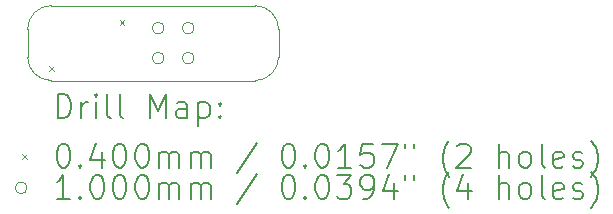
<source format=gbr>
%TF.GenerationSoftware,KiCad,Pcbnew,7.0.6*%
%TF.CreationDate,2023-11-25T11:30:19-07:00*%
%TF.ProjectId,ReflectiveSensor,5265666c-6563-4746-9976-6553656e736f,rev?*%
%TF.SameCoordinates,Original*%
%TF.FileFunction,Drillmap*%
%TF.FilePolarity,Positive*%
%FSLAX45Y45*%
G04 Gerber Fmt 4.5, Leading zero omitted, Abs format (unit mm)*
G04 Created by KiCad (PCBNEW 7.0.6) date 2023-11-25 11:30:19*
%MOMM*%
%LPD*%
G01*
G04 APERTURE LIST*
%ADD10C,0.100000*%
%ADD11C,0.200000*%
%ADD12C,0.040000*%
G04 APERTURE END LIST*
D10*
X34567500Y-19590000D02*
G75*
G03*
X34367500Y-19790000I0J-200000D01*
G01*
X34367500Y-20025000D02*
G75*
G03*
X34567500Y-20225000I200000J0D01*
G01*
X34367500Y-20025000D02*
X34367500Y-19790000D01*
X36492500Y-19790000D02*
G75*
G03*
X36292500Y-19590000I-200000J0D01*
G01*
X34567500Y-19590000D02*
X36292500Y-19590000D01*
X36292500Y-20225000D02*
G75*
G03*
X36492500Y-20025000I0J200000D01*
G01*
X36292500Y-20225000D02*
X34567500Y-20225000D01*
X36492500Y-19790000D02*
X36492500Y-20025000D01*
D11*
D12*
X34547500Y-20105000D02*
X34587500Y-20145000D01*
X34587500Y-20105000D02*
X34547500Y-20145000D01*
X35147500Y-19715950D02*
X35187500Y-19755950D01*
X35187500Y-19715950D02*
X35147500Y-19755950D01*
D10*
X35523500Y-19781000D02*
G75*
G03*
X35523500Y-19781000I-50000J0D01*
G01*
X35523500Y-20035000D02*
G75*
G03*
X35523500Y-20035000I-50000J0D01*
G01*
X35777500Y-19781000D02*
G75*
G03*
X35777500Y-19781000I-50000J0D01*
G01*
X35777500Y-20035000D02*
G75*
G03*
X35777500Y-20035000I-50000J0D01*
G01*
D11*
X34623277Y-20541484D02*
X34623277Y-20341484D01*
X34623277Y-20341484D02*
X34670896Y-20341484D01*
X34670896Y-20341484D02*
X34699467Y-20351008D01*
X34699467Y-20351008D02*
X34718515Y-20370055D01*
X34718515Y-20370055D02*
X34728039Y-20389103D01*
X34728039Y-20389103D02*
X34737563Y-20427198D01*
X34737563Y-20427198D02*
X34737563Y-20455770D01*
X34737563Y-20455770D02*
X34728039Y-20493865D01*
X34728039Y-20493865D02*
X34718515Y-20512912D01*
X34718515Y-20512912D02*
X34699467Y-20531960D01*
X34699467Y-20531960D02*
X34670896Y-20541484D01*
X34670896Y-20541484D02*
X34623277Y-20541484D01*
X34823277Y-20541484D02*
X34823277Y-20408150D01*
X34823277Y-20446246D02*
X34832801Y-20427198D01*
X34832801Y-20427198D02*
X34842324Y-20417674D01*
X34842324Y-20417674D02*
X34861372Y-20408150D01*
X34861372Y-20408150D02*
X34880420Y-20408150D01*
X34947086Y-20541484D02*
X34947086Y-20408150D01*
X34947086Y-20341484D02*
X34937563Y-20351008D01*
X34937563Y-20351008D02*
X34947086Y-20360531D01*
X34947086Y-20360531D02*
X34956610Y-20351008D01*
X34956610Y-20351008D02*
X34947086Y-20341484D01*
X34947086Y-20341484D02*
X34947086Y-20360531D01*
X35070896Y-20541484D02*
X35051848Y-20531960D01*
X35051848Y-20531960D02*
X35042324Y-20512912D01*
X35042324Y-20512912D02*
X35042324Y-20341484D01*
X35175658Y-20541484D02*
X35156610Y-20531960D01*
X35156610Y-20531960D02*
X35147086Y-20512912D01*
X35147086Y-20512912D02*
X35147086Y-20341484D01*
X35404229Y-20541484D02*
X35404229Y-20341484D01*
X35404229Y-20341484D02*
X35470896Y-20484341D01*
X35470896Y-20484341D02*
X35537563Y-20341484D01*
X35537563Y-20341484D02*
X35537563Y-20541484D01*
X35718515Y-20541484D02*
X35718515Y-20436722D01*
X35718515Y-20436722D02*
X35708991Y-20417674D01*
X35708991Y-20417674D02*
X35689944Y-20408150D01*
X35689944Y-20408150D02*
X35651848Y-20408150D01*
X35651848Y-20408150D02*
X35632801Y-20417674D01*
X35718515Y-20531960D02*
X35699467Y-20541484D01*
X35699467Y-20541484D02*
X35651848Y-20541484D01*
X35651848Y-20541484D02*
X35632801Y-20531960D01*
X35632801Y-20531960D02*
X35623277Y-20512912D01*
X35623277Y-20512912D02*
X35623277Y-20493865D01*
X35623277Y-20493865D02*
X35632801Y-20474817D01*
X35632801Y-20474817D02*
X35651848Y-20465293D01*
X35651848Y-20465293D02*
X35699467Y-20465293D01*
X35699467Y-20465293D02*
X35718515Y-20455770D01*
X35813753Y-20408150D02*
X35813753Y-20608150D01*
X35813753Y-20417674D02*
X35832801Y-20408150D01*
X35832801Y-20408150D02*
X35870896Y-20408150D01*
X35870896Y-20408150D02*
X35889944Y-20417674D01*
X35889944Y-20417674D02*
X35899467Y-20427198D01*
X35899467Y-20427198D02*
X35908991Y-20446246D01*
X35908991Y-20446246D02*
X35908991Y-20503389D01*
X35908991Y-20503389D02*
X35899467Y-20522436D01*
X35899467Y-20522436D02*
X35889944Y-20531960D01*
X35889944Y-20531960D02*
X35870896Y-20541484D01*
X35870896Y-20541484D02*
X35832801Y-20541484D01*
X35832801Y-20541484D02*
X35813753Y-20531960D01*
X35994705Y-20522436D02*
X36004229Y-20531960D01*
X36004229Y-20531960D02*
X35994705Y-20541484D01*
X35994705Y-20541484D02*
X35985182Y-20531960D01*
X35985182Y-20531960D02*
X35994705Y-20522436D01*
X35994705Y-20522436D02*
X35994705Y-20541484D01*
X35994705Y-20417674D02*
X36004229Y-20427198D01*
X36004229Y-20427198D02*
X35994705Y-20436722D01*
X35994705Y-20436722D02*
X35985182Y-20427198D01*
X35985182Y-20427198D02*
X35994705Y-20417674D01*
X35994705Y-20417674D02*
X35994705Y-20436722D01*
D12*
X34322500Y-20850000D02*
X34362500Y-20890000D01*
X34362500Y-20850000D02*
X34322500Y-20890000D01*
D11*
X34661372Y-20761484D02*
X34680420Y-20761484D01*
X34680420Y-20761484D02*
X34699467Y-20771008D01*
X34699467Y-20771008D02*
X34708991Y-20780531D01*
X34708991Y-20780531D02*
X34718515Y-20799579D01*
X34718515Y-20799579D02*
X34728039Y-20837674D01*
X34728039Y-20837674D02*
X34728039Y-20885293D01*
X34728039Y-20885293D02*
X34718515Y-20923389D01*
X34718515Y-20923389D02*
X34708991Y-20942436D01*
X34708991Y-20942436D02*
X34699467Y-20951960D01*
X34699467Y-20951960D02*
X34680420Y-20961484D01*
X34680420Y-20961484D02*
X34661372Y-20961484D01*
X34661372Y-20961484D02*
X34642324Y-20951960D01*
X34642324Y-20951960D02*
X34632801Y-20942436D01*
X34632801Y-20942436D02*
X34623277Y-20923389D01*
X34623277Y-20923389D02*
X34613753Y-20885293D01*
X34613753Y-20885293D02*
X34613753Y-20837674D01*
X34613753Y-20837674D02*
X34623277Y-20799579D01*
X34623277Y-20799579D02*
X34632801Y-20780531D01*
X34632801Y-20780531D02*
X34642324Y-20771008D01*
X34642324Y-20771008D02*
X34661372Y-20761484D01*
X34813753Y-20942436D02*
X34823277Y-20951960D01*
X34823277Y-20951960D02*
X34813753Y-20961484D01*
X34813753Y-20961484D02*
X34804229Y-20951960D01*
X34804229Y-20951960D02*
X34813753Y-20942436D01*
X34813753Y-20942436D02*
X34813753Y-20961484D01*
X34994705Y-20828150D02*
X34994705Y-20961484D01*
X34947086Y-20751960D02*
X34899467Y-20894817D01*
X34899467Y-20894817D02*
X35023277Y-20894817D01*
X35137563Y-20761484D02*
X35156610Y-20761484D01*
X35156610Y-20761484D02*
X35175658Y-20771008D01*
X35175658Y-20771008D02*
X35185182Y-20780531D01*
X35185182Y-20780531D02*
X35194705Y-20799579D01*
X35194705Y-20799579D02*
X35204229Y-20837674D01*
X35204229Y-20837674D02*
X35204229Y-20885293D01*
X35204229Y-20885293D02*
X35194705Y-20923389D01*
X35194705Y-20923389D02*
X35185182Y-20942436D01*
X35185182Y-20942436D02*
X35175658Y-20951960D01*
X35175658Y-20951960D02*
X35156610Y-20961484D01*
X35156610Y-20961484D02*
X35137563Y-20961484D01*
X35137563Y-20961484D02*
X35118515Y-20951960D01*
X35118515Y-20951960D02*
X35108991Y-20942436D01*
X35108991Y-20942436D02*
X35099467Y-20923389D01*
X35099467Y-20923389D02*
X35089944Y-20885293D01*
X35089944Y-20885293D02*
X35089944Y-20837674D01*
X35089944Y-20837674D02*
X35099467Y-20799579D01*
X35099467Y-20799579D02*
X35108991Y-20780531D01*
X35108991Y-20780531D02*
X35118515Y-20771008D01*
X35118515Y-20771008D02*
X35137563Y-20761484D01*
X35328039Y-20761484D02*
X35347086Y-20761484D01*
X35347086Y-20761484D02*
X35366134Y-20771008D01*
X35366134Y-20771008D02*
X35375658Y-20780531D01*
X35375658Y-20780531D02*
X35385182Y-20799579D01*
X35385182Y-20799579D02*
X35394705Y-20837674D01*
X35394705Y-20837674D02*
X35394705Y-20885293D01*
X35394705Y-20885293D02*
X35385182Y-20923389D01*
X35385182Y-20923389D02*
X35375658Y-20942436D01*
X35375658Y-20942436D02*
X35366134Y-20951960D01*
X35366134Y-20951960D02*
X35347086Y-20961484D01*
X35347086Y-20961484D02*
X35328039Y-20961484D01*
X35328039Y-20961484D02*
X35308991Y-20951960D01*
X35308991Y-20951960D02*
X35299467Y-20942436D01*
X35299467Y-20942436D02*
X35289944Y-20923389D01*
X35289944Y-20923389D02*
X35280420Y-20885293D01*
X35280420Y-20885293D02*
X35280420Y-20837674D01*
X35280420Y-20837674D02*
X35289944Y-20799579D01*
X35289944Y-20799579D02*
X35299467Y-20780531D01*
X35299467Y-20780531D02*
X35308991Y-20771008D01*
X35308991Y-20771008D02*
X35328039Y-20761484D01*
X35480420Y-20961484D02*
X35480420Y-20828150D01*
X35480420Y-20847198D02*
X35489944Y-20837674D01*
X35489944Y-20837674D02*
X35508991Y-20828150D01*
X35508991Y-20828150D02*
X35537563Y-20828150D01*
X35537563Y-20828150D02*
X35556610Y-20837674D01*
X35556610Y-20837674D02*
X35566134Y-20856722D01*
X35566134Y-20856722D02*
X35566134Y-20961484D01*
X35566134Y-20856722D02*
X35575658Y-20837674D01*
X35575658Y-20837674D02*
X35594705Y-20828150D01*
X35594705Y-20828150D02*
X35623277Y-20828150D01*
X35623277Y-20828150D02*
X35642325Y-20837674D01*
X35642325Y-20837674D02*
X35651848Y-20856722D01*
X35651848Y-20856722D02*
X35651848Y-20961484D01*
X35747086Y-20961484D02*
X35747086Y-20828150D01*
X35747086Y-20847198D02*
X35756610Y-20837674D01*
X35756610Y-20837674D02*
X35775658Y-20828150D01*
X35775658Y-20828150D02*
X35804229Y-20828150D01*
X35804229Y-20828150D02*
X35823277Y-20837674D01*
X35823277Y-20837674D02*
X35832801Y-20856722D01*
X35832801Y-20856722D02*
X35832801Y-20961484D01*
X35832801Y-20856722D02*
X35842325Y-20837674D01*
X35842325Y-20837674D02*
X35861372Y-20828150D01*
X35861372Y-20828150D02*
X35889944Y-20828150D01*
X35889944Y-20828150D02*
X35908991Y-20837674D01*
X35908991Y-20837674D02*
X35918515Y-20856722D01*
X35918515Y-20856722D02*
X35918515Y-20961484D01*
X36308991Y-20751960D02*
X36137563Y-21009103D01*
X36566134Y-20761484D02*
X36585182Y-20761484D01*
X36585182Y-20761484D02*
X36604229Y-20771008D01*
X36604229Y-20771008D02*
X36613753Y-20780531D01*
X36613753Y-20780531D02*
X36623277Y-20799579D01*
X36623277Y-20799579D02*
X36632801Y-20837674D01*
X36632801Y-20837674D02*
X36632801Y-20885293D01*
X36632801Y-20885293D02*
X36623277Y-20923389D01*
X36623277Y-20923389D02*
X36613753Y-20942436D01*
X36613753Y-20942436D02*
X36604229Y-20951960D01*
X36604229Y-20951960D02*
X36585182Y-20961484D01*
X36585182Y-20961484D02*
X36566134Y-20961484D01*
X36566134Y-20961484D02*
X36547087Y-20951960D01*
X36547087Y-20951960D02*
X36537563Y-20942436D01*
X36537563Y-20942436D02*
X36528039Y-20923389D01*
X36528039Y-20923389D02*
X36518515Y-20885293D01*
X36518515Y-20885293D02*
X36518515Y-20837674D01*
X36518515Y-20837674D02*
X36528039Y-20799579D01*
X36528039Y-20799579D02*
X36537563Y-20780531D01*
X36537563Y-20780531D02*
X36547087Y-20771008D01*
X36547087Y-20771008D02*
X36566134Y-20761484D01*
X36718515Y-20942436D02*
X36728039Y-20951960D01*
X36728039Y-20951960D02*
X36718515Y-20961484D01*
X36718515Y-20961484D02*
X36708991Y-20951960D01*
X36708991Y-20951960D02*
X36718515Y-20942436D01*
X36718515Y-20942436D02*
X36718515Y-20961484D01*
X36851848Y-20761484D02*
X36870896Y-20761484D01*
X36870896Y-20761484D02*
X36889944Y-20771008D01*
X36889944Y-20771008D02*
X36899468Y-20780531D01*
X36899468Y-20780531D02*
X36908991Y-20799579D01*
X36908991Y-20799579D02*
X36918515Y-20837674D01*
X36918515Y-20837674D02*
X36918515Y-20885293D01*
X36918515Y-20885293D02*
X36908991Y-20923389D01*
X36908991Y-20923389D02*
X36899468Y-20942436D01*
X36899468Y-20942436D02*
X36889944Y-20951960D01*
X36889944Y-20951960D02*
X36870896Y-20961484D01*
X36870896Y-20961484D02*
X36851848Y-20961484D01*
X36851848Y-20961484D02*
X36832801Y-20951960D01*
X36832801Y-20951960D02*
X36823277Y-20942436D01*
X36823277Y-20942436D02*
X36813753Y-20923389D01*
X36813753Y-20923389D02*
X36804229Y-20885293D01*
X36804229Y-20885293D02*
X36804229Y-20837674D01*
X36804229Y-20837674D02*
X36813753Y-20799579D01*
X36813753Y-20799579D02*
X36823277Y-20780531D01*
X36823277Y-20780531D02*
X36832801Y-20771008D01*
X36832801Y-20771008D02*
X36851848Y-20761484D01*
X37108991Y-20961484D02*
X36994706Y-20961484D01*
X37051848Y-20961484D02*
X37051848Y-20761484D01*
X37051848Y-20761484D02*
X37032801Y-20790055D01*
X37032801Y-20790055D02*
X37013753Y-20809103D01*
X37013753Y-20809103D02*
X36994706Y-20818627D01*
X37289944Y-20761484D02*
X37194706Y-20761484D01*
X37194706Y-20761484D02*
X37185182Y-20856722D01*
X37185182Y-20856722D02*
X37194706Y-20847198D01*
X37194706Y-20847198D02*
X37213753Y-20837674D01*
X37213753Y-20837674D02*
X37261372Y-20837674D01*
X37261372Y-20837674D02*
X37280420Y-20847198D01*
X37280420Y-20847198D02*
X37289944Y-20856722D01*
X37289944Y-20856722D02*
X37299468Y-20875770D01*
X37299468Y-20875770D02*
X37299468Y-20923389D01*
X37299468Y-20923389D02*
X37289944Y-20942436D01*
X37289944Y-20942436D02*
X37280420Y-20951960D01*
X37280420Y-20951960D02*
X37261372Y-20961484D01*
X37261372Y-20961484D02*
X37213753Y-20961484D01*
X37213753Y-20961484D02*
X37194706Y-20951960D01*
X37194706Y-20951960D02*
X37185182Y-20942436D01*
X37366134Y-20761484D02*
X37499468Y-20761484D01*
X37499468Y-20761484D02*
X37413753Y-20961484D01*
X37566134Y-20761484D02*
X37566134Y-20799579D01*
X37642325Y-20761484D02*
X37642325Y-20799579D01*
X37937563Y-21037674D02*
X37928039Y-21028150D01*
X37928039Y-21028150D02*
X37908991Y-20999579D01*
X37908991Y-20999579D02*
X37899468Y-20980531D01*
X37899468Y-20980531D02*
X37889944Y-20951960D01*
X37889944Y-20951960D02*
X37880420Y-20904341D01*
X37880420Y-20904341D02*
X37880420Y-20866246D01*
X37880420Y-20866246D02*
X37889944Y-20818627D01*
X37889944Y-20818627D02*
X37899468Y-20790055D01*
X37899468Y-20790055D02*
X37908991Y-20771008D01*
X37908991Y-20771008D02*
X37928039Y-20742436D01*
X37928039Y-20742436D02*
X37937563Y-20732912D01*
X38004230Y-20780531D02*
X38013753Y-20771008D01*
X38013753Y-20771008D02*
X38032801Y-20761484D01*
X38032801Y-20761484D02*
X38080420Y-20761484D01*
X38080420Y-20761484D02*
X38099468Y-20771008D01*
X38099468Y-20771008D02*
X38108991Y-20780531D01*
X38108991Y-20780531D02*
X38118515Y-20799579D01*
X38118515Y-20799579D02*
X38118515Y-20818627D01*
X38118515Y-20818627D02*
X38108991Y-20847198D01*
X38108991Y-20847198D02*
X37994706Y-20961484D01*
X37994706Y-20961484D02*
X38118515Y-20961484D01*
X38356611Y-20961484D02*
X38356611Y-20761484D01*
X38442325Y-20961484D02*
X38442325Y-20856722D01*
X38442325Y-20856722D02*
X38432801Y-20837674D01*
X38432801Y-20837674D02*
X38413753Y-20828150D01*
X38413753Y-20828150D02*
X38385182Y-20828150D01*
X38385182Y-20828150D02*
X38366134Y-20837674D01*
X38366134Y-20837674D02*
X38356611Y-20847198D01*
X38566134Y-20961484D02*
X38547087Y-20951960D01*
X38547087Y-20951960D02*
X38537563Y-20942436D01*
X38537563Y-20942436D02*
X38528039Y-20923389D01*
X38528039Y-20923389D02*
X38528039Y-20866246D01*
X38528039Y-20866246D02*
X38537563Y-20847198D01*
X38537563Y-20847198D02*
X38547087Y-20837674D01*
X38547087Y-20837674D02*
X38566134Y-20828150D01*
X38566134Y-20828150D02*
X38594706Y-20828150D01*
X38594706Y-20828150D02*
X38613753Y-20837674D01*
X38613753Y-20837674D02*
X38623277Y-20847198D01*
X38623277Y-20847198D02*
X38632801Y-20866246D01*
X38632801Y-20866246D02*
X38632801Y-20923389D01*
X38632801Y-20923389D02*
X38623277Y-20942436D01*
X38623277Y-20942436D02*
X38613753Y-20951960D01*
X38613753Y-20951960D02*
X38594706Y-20961484D01*
X38594706Y-20961484D02*
X38566134Y-20961484D01*
X38747087Y-20961484D02*
X38728039Y-20951960D01*
X38728039Y-20951960D02*
X38718515Y-20932912D01*
X38718515Y-20932912D02*
X38718515Y-20761484D01*
X38899468Y-20951960D02*
X38880420Y-20961484D01*
X38880420Y-20961484D02*
X38842325Y-20961484D01*
X38842325Y-20961484D02*
X38823277Y-20951960D01*
X38823277Y-20951960D02*
X38813753Y-20932912D01*
X38813753Y-20932912D02*
X38813753Y-20856722D01*
X38813753Y-20856722D02*
X38823277Y-20837674D01*
X38823277Y-20837674D02*
X38842325Y-20828150D01*
X38842325Y-20828150D02*
X38880420Y-20828150D01*
X38880420Y-20828150D02*
X38899468Y-20837674D01*
X38899468Y-20837674D02*
X38908992Y-20856722D01*
X38908992Y-20856722D02*
X38908992Y-20875770D01*
X38908992Y-20875770D02*
X38813753Y-20894817D01*
X38985182Y-20951960D02*
X39004230Y-20961484D01*
X39004230Y-20961484D02*
X39042325Y-20961484D01*
X39042325Y-20961484D02*
X39061373Y-20951960D01*
X39061373Y-20951960D02*
X39070896Y-20932912D01*
X39070896Y-20932912D02*
X39070896Y-20923389D01*
X39070896Y-20923389D02*
X39061373Y-20904341D01*
X39061373Y-20904341D02*
X39042325Y-20894817D01*
X39042325Y-20894817D02*
X39013753Y-20894817D01*
X39013753Y-20894817D02*
X38994706Y-20885293D01*
X38994706Y-20885293D02*
X38985182Y-20866246D01*
X38985182Y-20866246D02*
X38985182Y-20856722D01*
X38985182Y-20856722D02*
X38994706Y-20837674D01*
X38994706Y-20837674D02*
X39013753Y-20828150D01*
X39013753Y-20828150D02*
X39042325Y-20828150D01*
X39042325Y-20828150D02*
X39061373Y-20837674D01*
X39137563Y-21037674D02*
X39147087Y-21028150D01*
X39147087Y-21028150D02*
X39166134Y-20999579D01*
X39166134Y-20999579D02*
X39175658Y-20980531D01*
X39175658Y-20980531D02*
X39185182Y-20951960D01*
X39185182Y-20951960D02*
X39194706Y-20904341D01*
X39194706Y-20904341D02*
X39194706Y-20866246D01*
X39194706Y-20866246D02*
X39185182Y-20818627D01*
X39185182Y-20818627D02*
X39175658Y-20790055D01*
X39175658Y-20790055D02*
X39166134Y-20771008D01*
X39166134Y-20771008D02*
X39147087Y-20742436D01*
X39147087Y-20742436D02*
X39137563Y-20732912D01*
D10*
X34362500Y-21134000D02*
G75*
G03*
X34362500Y-21134000I-50000J0D01*
G01*
D11*
X34728039Y-21225484D02*
X34613753Y-21225484D01*
X34670896Y-21225484D02*
X34670896Y-21025484D01*
X34670896Y-21025484D02*
X34651848Y-21054055D01*
X34651848Y-21054055D02*
X34632801Y-21073103D01*
X34632801Y-21073103D02*
X34613753Y-21082627D01*
X34813753Y-21206436D02*
X34823277Y-21215960D01*
X34823277Y-21215960D02*
X34813753Y-21225484D01*
X34813753Y-21225484D02*
X34804229Y-21215960D01*
X34804229Y-21215960D02*
X34813753Y-21206436D01*
X34813753Y-21206436D02*
X34813753Y-21225484D01*
X34947086Y-21025484D02*
X34966134Y-21025484D01*
X34966134Y-21025484D02*
X34985182Y-21035008D01*
X34985182Y-21035008D02*
X34994705Y-21044531D01*
X34994705Y-21044531D02*
X35004229Y-21063579D01*
X35004229Y-21063579D02*
X35013753Y-21101674D01*
X35013753Y-21101674D02*
X35013753Y-21149293D01*
X35013753Y-21149293D02*
X35004229Y-21187389D01*
X35004229Y-21187389D02*
X34994705Y-21206436D01*
X34994705Y-21206436D02*
X34985182Y-21215960D01*
X34985182Y-21215960D02*
X34966134Y-21225484D01*
X34966134Y-21225484D02*
X34947086Y-21225484D01*
X34947086Y-21225484D02*
X34928039Y-21215960D01*
X34928039Y-21215960D02*
X34918515Y-21206436D01*
X34918515Y-21206436D02*
X34908991Y-21187389D01*
X34908991Y-21187389D02*
X34899467Y-21149293D01*
X34899467Y-21149293D02*
X34899467Y-21101674D01*
X34899467Y-21101674D02*
X34908991Y-21063579D01*
X34908991Y-21063579D02*
X34918515Y-21044531D01*
X34918515Y-21044531D02*
X34928039Y-21035008D01*
X34928039Y-21035008D02*
X34947086Y-21025484D01*
X35137563Y-21025484D02*
X35156610Y-21025484D01*
X35156610Y-21025484D02*
X35175658Y-21035008D01*
X35175658Y-21035008D02*
X35185182Y-21044531D01*
X35185182Y-21044531D02*
X35194705Y-21063579D01*
X35194705Y-21063579D02*
X35204229Y-21101674D01*
X35204229Y-21101674D02*
X35204229Y-21149293D01*
X35204229Y-21149293D02*
X35194705Y-21187389D01*
X35194705Y-21187389D02*
X35185182Y-21206436D01*
X35185182Y-21206436D02*
X35175658Y-21215960D01*
X35175658Y-21215960D02*
X35156610Y-21225484D01*
X35156610Y-21225484D02*
X35137563Y-21225484D01*
X35137563Y-21225484D02*
X35118515Y-21215960D01*
X35118515Y-21215960D02*
X35108991Y-21206436D01*
X35108991Y-21206436D02*
X35099467Y-21187389D01*
X35099467Y-21187389D02*
X35089944Y-21149293D01*
X35089944Y-21149293D02*
X35089944Y-21101674D01*
X35089944Y-21101674D02*
X35099467Y-21063579D01*
X35099467Y-21063579D02*
X35108991Y-21044531D01*
X35108991Y-21044531D02*
X35118515Y-21035008D01*
X35118515Y-21035008D02*
X35137563Y-21025484D01*
X35328039Y-21025484D02*
X35347086Y-21025484D01*
X35347086Y-21025484D02*
X35366134Y-21035008D01*
X35366134Y-21035008D02*
X35375658Y-21044531D01*
X35375658Y-21044531D02*
X35385182Y-21063579D01*
X35385182Y-21063579D02*
X35394705Y-21101674D01*
X35394705Y-21101674D02*
X35394705Y-21149293D01*
X35394705Y-21149293D02*
X35385182Y-21187389D01*
X35385182Y-21187389D02*
X35375658Y-21206436D01*
X35375658Y-21206436D02*
X35366134Y-21215960D01*
X35366134Y-21215960D02*
X35347086Y-21225484D01*
X35347086Y-21225484D02*
X35328039Y-21225484D01*
X35328039Y-21225484D02*
X35308991Y-21215960D01*
X35308991Y-21215960D02*
X35299467Y-21206436D01*
X35299467Y-21206436D02*
X35289944Y-21187389D01*
X35289944Y-21187389D02*
X35280420Y-21149293D01*
X35280420Y-21149293D02*
X35280420Y-21101674D01*
X35280420Y-21101674D02*
X35289944Y-21063579D01*
X35289944Y-21063579D02*
X35299467Y-21044531D01*
X35299467Y-21044531D02*
X35308991Y-21035008D01*
X35308991Y-21035008D02*
X35328039Y-21025484D01*
X35480420Y-21225484D02*
X35480420Y-21092150D01*
X35480420Y-21111198D02*
X35489944Y-21101674D01*
X35489944Y-21101674D02*
X35508991Y-21092150D01*
X35508991Y-21092150D02*
X35537563Y-21092150D01*
X35537563Y-21092150D02*
X35556610Y-21101674D01*
X35556610Y-21101674D02*
X35566134Y-21120722D01*
X35566134Y-21120722D02*
X35566134Y-21225484D01*
X35566134Y-21120722D02*
X35575658Y-21101674D01*
X35575658Y-21101674D02*
X35594705Y-21092150D01*
X35594705Y-21092150D02*
X35623277Y-21092150D01*
X35623277Y-21092150D02*
X35642325Y-21101674D01*
X35642325Y-21101674D02*
X35651848Y-21120722D01*
X35651848Y-21120722D02*
X35651848Y-21225484D01*
X35747086Y-21225484D02*
X35747086Y-21092150D01*
X35747086Y-21111198D02*
X35756610Y-21101674D01*
X35756610Y-21101674D02*
X35775658Y-21092150D01*
X35775658Y-21092150D02*
X35804229Y-21092150D01*
X35804229Y-21092150D02*
X35823277Y-21101674D01*
X35823277Y-21101674D02*
X35832801Y-21120722D01*
X35832801Y-21120722D02*
X35832801Y-21225484D01*
X35832801Y-21120722D02*
X35842325Y-21101674D01*
X35842325Y-21101674D02*
X35861372Y-21092150D01*
X35861372Y-21092150D02*
X35889944Y-21092150D01*
X35889944Y-21092150D02*
X35908991Y-21101674D01*
X35908991Y-21101674D02*
X35918515Y-21120722D01*
X35918515Y-21120722D02*
X35918515Y-21225484D01*
X36308991Y-21015960D02*
X36137563Y-21273103D01*
X36566134Y-21025484D02*
X36585182Y-21025484D01*
X36585182Y-21025484D02*
X36604229Y-21035008D01*
X36604229Y-21035008D02*
X36613753Y-21044531D01*
X36613753Y-21044531D02*
X36623277Y-21063579D01*
X36623277Y-21063579D02*
X36632801Y-21101674D01*
X36632801Y-21101674D02*
X36632801Y-21149293D01*
X36632801Y-21149293D02*
X36623277Y-21187389D01*
X36623277Y-21187389D02*
X36613753Y-21206436D01*
X36613753Y-21206436D02*
X36604229Y-21215960D01*
X36604229Y-21215960D02*
X36585182Y-21225484D01*
X36585182Y-21225484D02*
X36566134Y-21225484D01*
X36566134Y-21225484D02*
X36547087Y-21215960D01*
X36547087Y-21215960D02*
X36537563Y-21206436D01*
X36537563Y-21206436D02*
X36528039Y-21187389D01*
X36528039Y-21187389D02*
X36518515Y-21149293D01*
X36518515Y-21149293D02*
X36518515Y-21101674D01*
X36518515Y-21101674D02*
X36528039Y-21063579D01*
X36528039Y-21063579D02*
X36537563Y-21044531D01*
X36537563Y-21044531D02*
X36547087Y-21035008D01*
X36547087Y-21035008D02*
X36566134Y-21025484D01*
X36718515Y-21206436D02*
X36728039Y-21215960D01*
X36728039Y-21215960D02*
X36718515Y-21225484D01*
X36718515Y-21225484D02*
X36708991Y-21215960D01*
X36708991Y-21215960D02*
X36718515Y-21206436D01*
X36718515Y-21206436D02*
X36718515Y-21225484D01*
X36851848Y-21025484D02*
X36870896Y-21025484D01*
X36870896Y-21025484D02*
X36889944Y-21035008D01*
X36889944Y-21035008D02*
X36899468Y-21044531D01*
X36899468Y-21044531D02*
X36908991Y-21063579D01*
X36908991Y-21063579D02*
X36918515Y-21101674D01*
X36918515Y-21101674D02*
X36918515Y-21149293D01*
X36918515Y-21149293D02*
X36908991Y-21187389D01*
X36908991Y-21187389D02*
X36899468Y-21206436D01*
X36899468Y-21206436D02*
X36889944Y-21215960D01*
X36889944Y-21215960D02*
X36870896Y-21225484D01*
X36870896Y-21225484D02*
X36851848Y-21225484D01*
X36851848Y-21225484D02*
X36832801Y-21215960D01*
X36832801Y-21215960D02*
X36823277Y-21206436D01*
X36823277Y-21206436D02*
X36813753Y-21187389D01*
X36813753Y-21187389D02*
X36804229Y-21149293D01*
X36804229Y-21149293D02*
X36804229Y-21101674D01*
X36804229Y-21101674D02*
X36813753Y-21063579D01*
X36813753Y-21063579D02*
X36823277Y-21044531D01*
X36823277Y-21044531D02*
X36832801Y-21035008D01*
X36832801Y-21035008D02*
X36851848Y-21025484D01*
X36985182Y-21025484D02*
X37108991Y-21025484D01*
X37108991Y-21025484D02*
X37042325Y-21101674D01*
X37042325Y-21101674D02*
X37070896Y-21101674D01*
X37070896Y-21101674D02*
X37089944Y-21111198D01*
X37089944Y-21111198D02*
X37099468Y-21120722D01*
X37099468Y-21120722D02*
X37108991Y-21139770D01*
X37108991Y-21139770D02*
X37108991Y-21187389D01*
X37108991Y-21187389D02*
X37099468Y-21206436D01*
X37099468Y-21206436D02*
X37089944Y-21215960D01*
X37089944Y-21215960D02*
X37070896Y-21225484D01*
X37070896Y-21225484D02*
X37013753Y-21225484D01*
X37013753Y-21225484D02*
X36994706Y-21215960D01*
X36994706Y-21215960D02*
X36985182Y-21206436D01*
X37204229Y-21225484D02*
X37242325Y-21225484D01*
X37242325Y-21225484D02*
X37261372Y-21215960D01*
X37261372Y-21215960D02*
X37270896Y-21206436D01*
X37270896Y-21206436D02*
X37289944Y-21177865D01*
X37289944Y-21177865D02*
X37299468Y-21139770D01*
X37299468Y-21139770D02*
X37299468Y-21063579D01*
X37299468Y-21063579D02*
X37289944Y-21044531D01*
X37289944Y-21044531D02*
X37280420Y-21035008D01*
X37280420Y-21035008D02*
X37261372Y-21025484D01*
X37261372Y-21025484D02*
X37223277Y-21025484D01*
X37223277Y-21025484D02*
X37204229Y-21035008D01*
X37204229Y-21035008D02*
X37194706Y-21044531D01*
X37194706Y-21044531D02*
X37185182Y-21063579D01*
X37185182Y-21063579D02*
X37185182Y-21111198D01*
X37185182Y-21111198D02*
X37194706Y-21130246D01*
X37194706Y-21130246D02*
X37204229Y-21139770D01*
X37204229Y-21139770D02*
X37223277Y-21149293D01*
X37223277Y-21149293D02*
X37261372Y-21149293D01*
X37261372Y-21149293D02*
X37280420Y-21139770D01*
X37280420Y-21139770D02*
X37289944Y-21130246D01*
X37289944Y-21130246D02*
X37299468Y-21111198D01*
X37470896Y-21092150D02*
X37470896Y-21225484D01*
X37423277Y-21015960D02*
X37375658Y-21158817D01*
X37375658Y-21158817D02*
X37499468Y-21158817D01*
X37566134Y-21025484D02*
X37566134Y-21063579D01*
X37642325Y-21025484D02*
X37642325Y-21063579D01*
X37937563Y-21301674D02*
X37928039Y-21292150D01*
X37928039Y-21292150D02*
X37908991Y-21263579D01*
X37908991Y-21263579D02*
X37899468Y-21244531D01*
X37899468Y-21244531D02*
X37889944Y-21215960D01*
X37889944Y-21215960D02*
X37880420Y-21168341D01*
X37880420Y-21168341D02*
X37880420Y-21130246D01*
X37880420Y-21130246D02*
X37889944Y-21082627D01*
X37889944Y-21082627D02*
X37899468Y-21054055D01*
X37899468Y-21054055D02*
X37908991Y-21035008D01*
X37908991Y-21035008D02*
X37928039Y-21006436D01*
X37928039Y-21006436D02*
X37937563Y-20996912D01*
X38099468Y-21092150D02*
X38099468Y-21225484D01*
X38051849Y-21015960D02*
X38004230Y-21158817D01*
X38004230Y-21158817D02*
X38128039Y-21158817D01*
X38356611Y-21225484D02*
X38356611Y-21025484D01*
X38442325Y-21225484D02*
X38442325Y-21120722D01*
X38442325Y-21120722D02*
X38432801Y-21101674D01*
X38432801Y-21101674D02*
X38413753Y-21092150D01*
X38413753Y-21092150D02*
X38385182Y-21092150D01*
X38385182Y-21092150D02*
X38366134Y-21101674D01*
X38366134Y-21101674D02*
X38356611Y-21111198D01*
X38566134Y-21225484D02*
X38547087Y-21215960D01*
X38547087Y-21215960D02*
X38537563Y-21206436D01*
X38537563Y-21206436D02*
X38528039Y-21187389D01*
X38528039Y-21187389D02*
X38528039Y-21130246D01*
X38528039Y-21130246D02*
X38537563Y-21111198D01*
X38537563Y-21111198D02*
X38547087Y-21101674D01*
X38547087Y-21101674D02*
X38566134Y-21092150D01*
X38566134Y-21092150D02*
X38594706Y-21092150D01*
X38594706Y-21092150D02*
X38613753Y-21101674D01*
X38613753Y-21101674D02*
X38623277Y-21111198D01*
X38623277Y-21111198D02*
X38632801Y-21130246D01*
X38632801Y-21130246D02*
X38632801Y-21187389D01*
X38632801Y-21187389D02*
X38623277Y-21206436D01*
X38623277Y-21206436D02*
X38613753Y-21215960D01*
X38613753Y-21215960D02*
X38594706Y-21225484D01*
X38594706Y-21225484D02*
X38566134Y-21225484D01*
X38747087Y-21225484D02*
X38728039Y-21215960D01*
X38728039Y-21215960D02*
X38718515Y-21196912D01*
X38718515Y-21196912D02*
X38718515Y-21025484D01*
X38899468Y-21215960D02*
X38880420Y-21225484D01*
X38880420Y-21225484D02*
X38842325Y-21225484D01*
X38842325Y-21225484D02*
X38823277Y-21215960D01*
X38823277Y-21215960D02*
X38813753Y-21196912D01*
X38813753Y-21196912D02*
X38813753Y-21120722D01*
X38813753Y-21120722D02*
X38823277Y-21101674D01*
X38823277Y-21101674D02*
X38842325Y-21092150D01*
X38842325Y-21092150D02*
X38880420Y-21092150D01*
X38880420Y-21092150D02*
X38899468Y-21101674D01*
X38899468Y-21101674D02*
X38908992Y-21120722D01*
X38908992Y-21120722D02*
X38908992Y-21139770D01*
X38908992Y-21139770D02*
X38813753Y-21158817D01*
X38985182Y-21215960D02*
X39004230Y-21225484D01*
X39004230Y-21225484D02*
X39042325Y-21225484D01*
X39042325Y-21225484D02*
X39061373Y-21215960D01*
X39061373Y-21215960D02*
X39070896Y-21196912D01*
X39070896Y-21196912D02*
X39070896Y-21187389D01*
X39070896Y-21187389D02*
X39061373Y-21168341D01*
X39061373Y-21168341D02*
X39042325Y-21158817D01*
X39042325Y-21158817D02*
X39013753Y-21158817D01*
X39013753Y-21158817D02*
X38994706Y-21149293D01*
X38994706Y-21149293D02*
X38985182Y-21130246D01*
X38985182Y-21130246D02*
X38985182Y-21120722D01*
X38985182Y-21120722D02*
X38994706Y-21101674D01*
X38994706Y-21101674D02*
X39013753Y-21092150D01*
X39013753Y-21092150D02*
X39042325Y-21092150D01*
X39042325Y-21092150D02*
X39061373Y-21101674D01*
X39137563Y-21301674D02*
X39147087Y-21292150D01*
X39147087Y-21292150D02*
X39166134Y-21263579D01*
X39166134Y-21263579D02*
X39175658Y-21244531D01*
X39175658Y-21244531D02*
X39185182Y-21215960D01*
X39185182Y-21215960D02*
X39194706Y-21168341D01*
X39194706Y-21168341D02*
X39194706Y-21130246D01*
X39194706Y-21130246D02*
X39185182Y-21082627D01*
X39185182Y-21082627D02*
X39175658Y-21054055D01*
X39175658Y-21054055D02*
X39166134Y-21035008D01*
X39166134Y-21035008D02*
X39147087Y-21006436D01*
X39147087Y-21006436D02*
X39137563Y-20996912D01*
M02*

</source>
